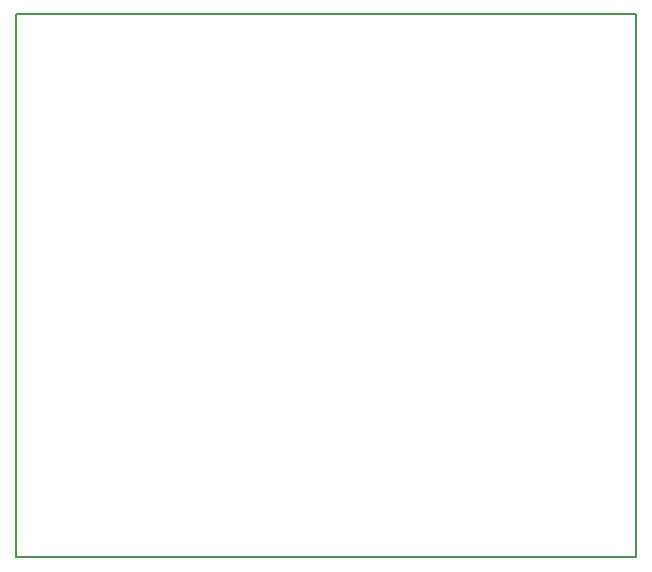
<source format=gm1>
G04 #@! TF.FileFunction,Profile,NP*
%FSLAX46Y46*%
G04 Gerber Fmt 4.6, Leading zero omitted, Abs format (unit mm)*
G04 Created by KiCad (PCBNEW 4.0.4+dfsg1-stable) date Sat Nov 11 18:47:18 2017*
%MOMM*%
%LPD*%
G01*
G04 APERTURE LIST*
%ADD10C,0.100000*%
%ADD11C,0.150000*%
G04 APERTURE END LIST*
D10*
D11*
X29260800Y-61366400D02*
X30480000Y-61366400D01*
X29260800Y-107340400D02*
X29260800Y-61366400D01*
X81686400Y-107340400D02*
X29260800Y-107340400D01*
X81686400Y-61366400D02*
X81686400Y-107340400D01*
X30048200Y-61366400D02*
X81686400Y-61366400D01*
M02*

</source>
